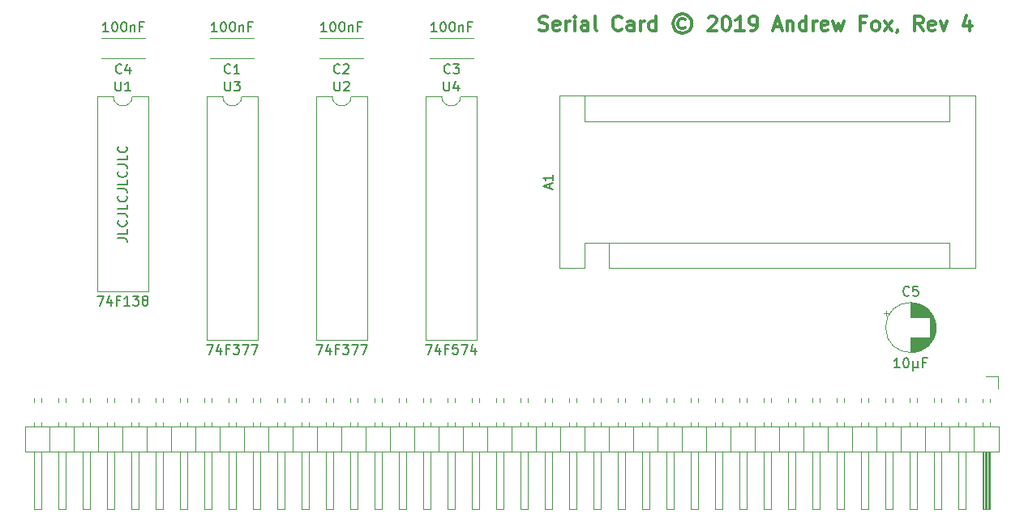
<source format=gbr>
G04 #@! TF.GenerationSoftware,KiCad,Pcbnew,(5.1.0-0)*
G04 #@! TF.CreationDate,2019-12-24T12:01:03-08:00*
G04 #@! TF.ProjectId,SerialCard,53657269-616c-4436-9172-642e6b696361,rev?*
G04 #@! TF.SameCoordinates,Original*
G04 #@! TF.FileFunction,Legend,Top*
G04 #@! TF.FilePolarity,Positive*
%FSLAX46Y46*%
G04 Gerber Fmt 4.6, Leading zero omitted, Abs format (unit mm)*
G04 Created by KiCad (PCBNEW (5.1.0-0)) date 2019-12-24 12:01:03*
%MOMM*%
%LPD*%
G04 APERTURE LIST*
%ADD10C,0.150000*%
%ADD11C,0.300000*%
%ADD12C,0.120000*%
G04 APERTURE END LIST*
D10*
X73112380Y-115109047D02*
X73826666Y-115109047D01*
X73969523Y-115156666D01*
X74064761Y-115251904D01*
X74112380Y-115394761D01*
X74112380Y-115490000D01*
X74112380Y-114156666D02*
X74112380Y-114632857D01*
X73112380Y-114632857D01*
X74017142Y-113251904D02*
X74064761Y-113299523D01*
X74112380Y-113442380D01*
X74112380Y-113537619D01*
X74064761Y-113680476D01*
X73969523Y-113775714D01*
X73874285Y-113823333D01*
X73683809Y-113870952D01*
X73540952Y-113870952D01*
X73350476Y-113823333D01*
X73255238Y-113775714D01*
X73160000Y-113680476D01*
X73112380Y-113537619D01*
X73112380Y-113442380D01*
X73160000Y-113299523D01*
X73207619Y-113251904D01*
X73112380Y-112537619D02*
X73826666Y-112537619D01*
X73969523Y-112585238D01*
X74064761Y-112680476D01*
X74112380Y-112823333D01*
X74112380Y-112918571D01*
X74112380Y-111585238D02*
X74112380Y-112061428D01*
X73112380Y-112061428D01*
X74017142Y-110680476D02*
X74064761Y-110728095D01*
X74112380Y-110870952D01*
X74112380Y-110966190D01*
X74064761Y-111109047D01*
X73969523Y-111204285D01*
X73874285Y-111251904D01*
X73683809Y-111299523D01*
X73540952Y-111299523D01*
X73350476Y-111251904D01*
X73255238Y-111204285D01*
X73160000Y-111109047D01*
X73112380Y-110966190D01*
X73112380Y-110870952D01*
X73160000Y-110728095D01*
X73207619Y-110680476D01*
X73112380Y-109966190D02*
X73826666Y-109966190D01*
X73969523Y-110013809D01*
X74064761Y-110109047D01*
X74112380Y-110251904D01*
X74112380Y-110347142D01*
X74112380Y-109013809D02*
X74112380Y-109490000D01*
X73112380Y-109490000D01*
X74017142Y-108109047D02*
X74064761Y-108156666D01*
X74112380Y-108299523D01*
X74112380Y-108394761D01*
X74064761Y-108537619D01*
X73969523Y-108632857D01*
X73874285Y-108680476D01*
X73683809Y-108728095D01*
X73540952Y-108728095D01*
X73350476Y-108680476D01*
X73255238Y-108632857D01*
X73160000Y-108537619D01*
X73112380Y-108394761D01*
X73112380Y-108299523D01*
X73160000Y-108156666D01*
X73207619Y-108109047D01*
X73112380Y-107394761D02*
X73826666Y-107394761D01*
X73969523Y-107442380D01*
X74064761Y-107537619D01*
X74112380Y-107680476D01*
X74112380Y-107775714D01*
X74112380Y-106442380D02*
X74112380Y-106918571D01*
X73112380Y-106918571D01*
X74017142Y-105537619D02*
X74064761Y-105585238D01*
X74112380Y-105728095D01*
X74112380Y-105823333D01*
X74064761Y-105966190D01*
X73969523Y-106061428D01*
X73874285Y-106109047D01*
X73683809Y-106156666D01*
X73540952Y-106156666D01*
X73350476Y-106109047D01*
X73255238Y-106061428D01*
X73160000Y-105966190D01*
X73112380Y-105823333D01*
X73112380Y-105728095D01*
X73160000Y-105585238D01*
X73207619Y-105537619D01*
D11*
X117164285Y-93317142D02*
X117378571Y-93388571D01*
X117735714Y-93388571D01*
X117878571Y-93317142D01*
X117950000Y-93245714D01*
X118021428Y-93102857D01*
X118021428Y-92960000D01*
X117950000Y-92817142D01*
X117878571Y-92745714D01*
X117735714Y-92674285D01*
X117450000Y-92602857D01*
X117307142Y-92531428D01*
X117235714Y-92460000D01*
X117164285Y-92317142D01*
X117164285Y-92174285D01*
X117235714Y-92031428D01*
X117307142Y-91960000D01*
X117450000Y-91888571D01*
X117807142Y-91888571D01*
X118021428Y-91960000D01*
X119235714Y-93317142D02*
X119092857Y-93388571D01*
X118807142Y-93388571D01*
X118664285Y-93317142D01*
X118592857Y-93174285D01*
X118592857Y-92602857D01*
X118664285Y-92460000D01*
X118807142Y-92388571D01*
X119092857Y-92388571D01*
X119235714Y-92460000D01*
X119307142Y-92602857D01*
X119307142Y-92745714D01*
X118592857Y-92888571D01*
X119950000Y-93388571D02*
X119950000Y-92388571D01*
X119950000Y-92674285D02*
X120021428Y-92531428D01*
X120092857Y-92460000D01*
X120235714Y-92388571D01*
X120378571Y-92388571D01*
X120878571Y-93388571D02*
X120878571Y-92388571D01*
X120878571Y-91888571D02*
X120807142Y-91960000D01*
X120878571Y-92031428D01*
X120950000Y-91960000D01*
X120878571Y-91888571D01*
X120878571Y-92031428D01*
X122235714Y-93388571D02*
X122235714Y-92602857D01*
X122164285Y-92460000D01*
X122021428Y-92388571D01*
X121735714Y-92388571D01*
X121592857Y-92460000D01*
X122235714Y-93317142D02*
X122092857Y-93388571D01*
X121735714Y-93388571D01*
X121592857Y-93317142D01*
X121521428Y-93174285D01*
X121521428Y-93031428D01*
X121592857Y-92888571D01*
X121735714Y-92817142D01*
X122092857Y-92817142D01*
X122235714Y-92745714D01*
X123164285Y-93388571D02*
X123021428Y-93317142D01*
X122950000Y-93174285D01*
X122950000Y-91888571D01*
X125735714Y-93245714D02*
X125664285Y-93317142D01*
X125450000Y-93388571D01*
X125307142Y-93388571D01*
X125092857Y-93317142D01*
X124950000Y-93174285D01*
X124878571Y-93031428D01*
X124807142Y-92745714D01*
X124807142Y-92531428D01*
X124878571Y-92245714D01*
X124950000Y-92102857D01*
X125092857Y-91960000D01*
X125307142Y-91888571D01*
X125450000Y-91888571D01*
X125664285Y-91960000D01*
X125735714Y-92031428D01*
X127021428Y-93388571D02*
X127021428Y-92602857D01*
X126950000Y-92460000D01*
X126807142Y-92388571D01*
X126521428Y-92388571D01*
X126378571Y-92460000D01*
X127021428Y-93317142D02*
X126878571Y-93388571D01*
X126521428Y-93388571D01*
X126378571Y-93317142D01*
X126307142Y-93174285D01*
X126307142Y-93031428D01*
X126378571Y-92888571D01*
X126521428Y-92817142D01*
X126878571Y-92817142D01*
X127021428Y-92745714D01*
X127735714Y-93388571D02*
X127735714Y-92388571D01*
X127735714Y-92674285D02*
X127807142Y-92531428D01*
X127878571Y-92460000D01*
X128021428Y-92388571D01*
X128164285Y-92388571D01*
X129307142Y-93388571D02*
X129307142Y-91888571D01*
X129307142Y-93317142D02*
X129164285Y-93388571D01*
X128878571Y-93388571D01*
X128735714Y-93317142D01*
X128664285Y-93245714D01*
X128592857Y-93102857D01*
X128592857Y-92674285D01*
X128664285Y-92531428D01*
X128735714Y-92460000D01*
X128878571Y-92388571D01*
X129164285Y-92388571D01*
X129307142Y-92460000D01*
X132378571Y-92245714D02*
X132235714Y-92174285D01*
X131950000Y-92174285D01*
X131807142Y-92245714D01*
X131664285Y-92388571D01*
X131592857Y-92531428D01*
X131592857Y-92817142D01*
X131664285Y-92960000D01*
X131807142Y-93102857D01*
X131950000Y-93174285D01*
X132235714Y-93174285D01*
X132378571Y-93102857D01*
X132092857Y-91674285D02*
X131735714Y-91745714D01*
X131378571Y-91960000D01*
X131164285Y-92317142D01*
X131092857Y-92674285D01*
X131164285Y-93031428D01*
X131378571Y-93388571D01*
X131735714Y-93602857D01*
X132092857Y-93674285D01*
X132450000Y-93602857D01*
X132807142Y-93388571D01*
X133021428Y-93031428D01*
X133092857Y-92674285D01*
X133021428Y-92317142D01*
X132807142Y-91960000D01*
X132450000Y-91745714D01*
X132092857Y-91674285D01*
X134807142Y-92031428D02*
X134878571Y-91960000D01*
X135021428Y-91888571D01*
X135378571Y-91888571D01*
X135521428Y-91960000D01*
X135592857Y-92031428D01*
X135664285Y-92174285D01*
X135664285Y-92317142D01*
X135592857Y-92531428D01*
X134735714Y-93388571D01*
X135664285Y-93388571D01*
X136592857Y-91888571D02*
X136735714Y-91888571D01*
X136878571Y-91960000D01*
X136950000Y-92031428D01*
X137021428Y-92174285D01*
X137092857Y-92460000D01*
X137092857Y-92817142D01*
X137021428Y-93102857D01*
X136950000Y-93245714D01*
X136878571Y-93317142D01*
X136735714Y-93388571D01*
X136592857Y-93388571D01*
X136450000Y-93317142D01*
X136378571Y-93245714D01*
X136307142Y-93102857D01*
X136235714Y-92817142D01*
X136235714Y-92460000D01*
X136307142Y-92174285D01*
X136378571Y-92031428D01*
X136450000Y-91960000D01*
X136592857Y-91888571D01*
X138521428Y-93388571D02*
X137664285Y-93388571D01*
X138092857Y-93388571D02*
X138092857Y-91888571D01*
X137950000Y-92102857D01*
X137807142Y-92245714D01*
X137664285Y-92317142D01*
X139235714Y-93388571D02*
X139521428Y-93388571D01*
X139664285Y-93317142D01*
X139735714Y-93245714D01*
X139878571Y-93031428D01*
X139950000Y-92745714D01*
X139950000Y-92174285D01*
X139878571Y-92031428D01*
X139807142Y-91960000D01*
X139664285Y-91888571D01*
X139378571Y-91888571D01*
X139235714Y-91960000D01*
X139164285Y-92031428D01*
X139092857Y-92174285D01*
X139092857Y-92531428D01*
X139164285Y-92674285D01*
X139235714Y-92745714D01*
X139378571Y-92817142D01*
X139664285Y-92817142D01*
X139807142Y-92745714D01*
X139878571Y-92674285D01*
X139950000Y-92531428D01*
X141664285Y-92960000D02*
X142378571Y-92960000D01*
X141521428Y-93388571D02*
X142021428Y-91888571D01*
X142521428Y-93388571D01*
X143021428Y-92388571D02*
X143021428Y-93388571D01*
X143021428Y-92531428D02*
X143092857Y-92460000D01*
X143235714Y-92388571D01*
X143450000Y-92388571D01*
X143592857Y-92460000D01*
X143664285Y-92602857D01*
X143664285Y-93388571D01*
X145021428Y-93388571D02*
X145021428Y-91888571D01*
X145021428Y-93317142D02*
X144878571Y-93388571D01*
X144592857Y-93388571D01*
X144450000Y-93317142D01*
X144378571Y-93245714D01*
X144307142Y-93102857D01*
X144307142Y-92674285D01*
X144378571Y-92531428D01*
X144450000Y-92460000D01*
X144592857Y-92388571D01*
X144878571Y-92388571D01*
X145021428Y-92460000D01*
X145735714Y-93388571D02*
X145735714Y-92388571D01*
X145735714Y-92674285D02*
X145807142Y-92531428D01*
X145878571Y-92460000D01*
X146021428Y-92388571D01*
X146164285Y-92388571D01*
X147235714Y-93317142D02*
X147092857Y-93388571D01*
X146807142Y-93388571D01*
X146664285Y-93317142D01*
X146592857Y-93174285D01*
X146592857Y-92602857D01*
X146664285Y-92460000D01*
X146807142Y-92388571D01*
X147092857Y-92388571D01*
X147235714Y-92460000D01*
X147307142Y-92602857D01*
X147307142Y-92745714D01*
X146592857Y-92888571D01*
X147807142Y-92388571D02*
X148092857Y-93388571D01*
X148378571Y-92674285D01*
X148664285Y-93388571D01*
X148950000Y-92388571D01*
X151164285Y-92602857D02*
X150664285Y-92602857D01*
X150664285Y-93388571D02*
X150664285Y-91888571D01*
X151378571Y-91888571D01*
X152164285Y-93388571D02*
X152021428Y-93317142D01*
X151950000Y-93245714D01*
X151878571Y-93102857D01*
X151878571Y-92674285D01*
X151950000Y-92531428D01*
X152021428Y-92460000D01*
X152164285Y-92388571D01*
X152378571Y-92388571D01*
X152521428Y-92460000D01*
X152592857Y-92531428D01*
X152664285Y-92674285D01*
X152664285Y-93102857D01*
X152592857Y-93245714D01*
X152521428Y-93317142D01*
X152378571Y-93388571D01*
X152164285Y-93388571D01*
X153164285Y-93388571D02*
X153950000Y-92388571D01*
X153164285Y-92388571D02*
X153950000Y-93388571D01*
X154592857Y-93317142D02*
X154592857Y-93388571D01*
X154521428Y-93531428D01*
X154450000Y-93602857D01*
X157235714Y-93388571D02*
X156735714Y-92674285D01*
X156378571Y-93388571D02*
X156378571Y-91888571D01*
X156950000Y-91888571D01*
X157092857Y-91960000D01*
X157164285Y-92031428D01*
X157235714Y-92174285D01*
X157235714Y-92388571D01*
X157164285Y-92531428D01*
X157092857Y-92602857D01*
X156950000Y-92674285D01*
X156378571Y-92674285D01*
X158450000Y-93317142D02*
X158307142Y-93388571D01*
X158021428Y-93388571D01*
X157878571Y-93317142D01*
X157807142Y-93174285D01*
X157807142Y-92602857D01*
X157878571Y-92460000D01*
X158021428Y-92388571D01*
X158307142Y-92388571D01*
X158450000Y-92460000D01*
X158521428Y-92602857D01*
X158521428Y-92745714D01*
X157807142Y-92888571D01*
X159021428Y-92388571D02*
X159378571Y-93388571D01*
X159735714Y-92388571D01*
X162092857Y-92388571D02*
X162092857Y-93388571D01*
X161735714Y-91817142D02*
X161378571Y-92888571D01*
X162307142Y-92888571D01*
D12*
X165100000Y-129540000D02*
X165100000Y-130810000D01*
X163830000Y-129540000D02*
X165100000Y-129540000D01*
X64390000Y-131852929D02*
X64390000Y-132307071D01*
X65150000Y-131852929D02*
X65150000Y-132307071D01*
X64390000Y-134392929D02*
X64390000Y-134790000D01*
X65150000Y-134392929D02*
X65150000Y-134790000D01*
X64390000Y-143450000D02*
X64390000Y-137450000D01*
X65150000Y-143450000D02*
X64390000Y-143450000D01*
X65150000Y-137450000D02*
X65150000Y-143450000D01*
X66040000Y-134790000D02*
X66040000Y-137450000D01*
X66930000Y-131852929D02*
X66930000Y-132307071D01*
X67690000Y-131852929D02*
X67690000Y-132307071D01*
X66930000Y-134392929D02*
X66930000Y-134790000D01*
X67690000Y-134392929D02*
X67690000Y-134790000D01*
X66930000Y-143450000D02*
X66930000Y-137450000D01*
X67690000Y-143450000D02*
X66930000Y-143450000D01*
X67690000Y-137450000D02*
X67690000Y-143450000D01*
X68580000Y-134790000D02*
X68580000Y-137450000D01*
X69470000Y-131852929D02*
X69470000Y-132307071D01*
X70230000Y-131852929D02*
X70230000Y-132307071D01*
X69470000Y-134392929D02*
X69470000Y-134790000D01*
X70230000Y-134392929D02*
X70230000Y-134790000D01*
X69470000Y-143450000D02*
X69470000Y-137450000D01*
X70230000Y-143450000D02*
X69470000Y-143450000D01*
X70230000Y-137450000D02*
X70230000Y-143450000D01*
X71120000Y-134790000D02*
X71120000Y-137450000D01*
X72010000Y-131852929D02*
X72010000Y-132307071D01*
X72770000Y-131852929D02*
X72770000Y-132307071D01*
X72010000Y-134392929D02*
X72010000Y-134790000D01*
X72770000Y-134392929D02*
X72770000Y-134790000D01*
X72010000Y-143450000D02*
X72010000Y-137450000D01*
X72770000Y-143450000D02*
X72010000Y-143450000D01*
X72770000Y-137450000D02*
X72770000Y-143450000D01*
X73660000Y-134790000D02*
X73660000Y-137450000D01*
X74550000Y-131852929D02*
X74550000Y-132307071D01*
X75310000Y-131852929D02*
X75310000Y-132307071D01*
X74550000Y-134392929D02*
X74550000Y-134790000D01*
X75310000Y-134392929D02*
X75310000Y-134790000D01*
X74550000Y-143450000D02*
X74550000Y-137450000D01*
X75310000Y-143450000D02*
X74550000Y-143450000D01*
X75310000Y-137450000D02*
X75310000Y-143450000D01*
X76200000Y-134790000D02*
X76200000Y-137450000D01*
X77090000Y-131852929D02*
X77090000Y-132307071D01*
X77850000Y-131852929D02*
X77850000Y-132307071D01*
X77090000Y-134392929D02*
X77090000Y-134790000D01*
X77850000Y-134392929D02*
X77850000Y-134790000D01*
X77090000Y-143450000D02*
X77090000Y-137450000D01*
X77850000Y-143450000D02*
X77090000Y-143450000D01*
X77850000Y-137450000D02*
X77850000Y-143450000D01*
X78740000Y-134790000D02*
X78740000Y-137450000D01*
X79630000Y-131852929D02*
X79630000Y-132307071D01*
X80390000Y-131852929D02*
X80390000Y-132307071D01*
X79630000Y-134392929D02*
X79630000Y-134790000D01*
X80390000Y-134392929D02*
X80390000Y-134790000D01*
X79630000Y-143450000D02*
X79630000Y-137450000D01*
X80390000Y-143450000D02*
X79630000Y-143450000D01*
X80390000Y-137450000D02*
X80390000Y-143450000D01*
X81280000Y-134790000D02*
X81280000Y-137450000D01*
X82170000Y-131852929D02*
X82170000Y-132307071D01*
X82930000Y-131852929D02*
X82930000Y-132307071D01*
X82170000Y-134392929D02*
X82170000Y-134790000D01*
X82930000Y-134392929D02*
X82930000Y-134790000D01*
X82170000Y-143450000D02*
X82170000Y-137450000D01*
X82930000Y-143450000D02*
X82170000Y-143450000D01*
X82930000Y-137450000D02*
X82930000Y-143450000D01*
X83820000Y-134790000D02*
X83820000Y-137450000D01*
X84710000Y-131852929D02*
X84710000Y-132307071D01*
X85470000Y-131852929D02*
X85470000Y-132307071D01*
X84710000Y-134392929D02*
X84710000Y-134790000D01*
X85470000Y-134392929D02*
X85470000Y-134790000D01*
X84710000Y-143450000D02*
X84710000Y-137450000D01*
X85470000Y-143450000D02*
X84710000Y-143450000D01*
X85470000Y-137450000D02*
X85470000Y-143450000D01*
X86360000Y-134790000D02*
X86360000Y-137450000D01*
X87250000Y-131852929D02*
X87250000Y-132307071D01*
X88010000Y-131852929D02*
X88010000Y-132307071D01*
X87250000Y-134392929D02*
X87250000Y-134790000D01*
X88010000Y-134392929D02*
X88010000Y-134790000D01*
X87250000Y-143450000D02*
X87250000Y-137450000D01*
X88010000Y-143450000D02*
X87250000Y-143450000D01*
X88010000Y-137450000D02*
X88010000Y-143450000D01*
X88900000Y-134790000D02*
X88900000Y-137450000D01*
X89790000Y-131852929D02*
X89790000Y-132307071D01*
X90550000Y-131852929D02*
X90550000Y-132307071D01*
X89790000Y-134392929D02*
X89790000Y-134790000D01*
X90550000Y-134392929D02*
X90550000Y-134790000D01*
X89790000Y-143450000D02*
X89790000Y-137450000D01*
X90550000Y-143450000D02*
X89790000Y-143450000D01*
X90550000Y-137450000D02*
X90550000Y-143450000D01*
X91440000Y-134790000D02*
X91440000Y-137450000D01*
X92330000Y-131852929D02*
X92330000Y-132307071D01*
X93090000Y-131852929D02*
X93090000Y-132307071D01*
X92330000Y-134392929D02*
X92330000Y-134790000D01*
X93090000Y-134392929D02*
X93090000Y-134790000D01*
X92330000Y-143450000D02*
X92330000Y-137450000D01*
X93090000Y-143450000D02*
X92330000Y-143450000D01*
X93090000Y-137450000D02*
X93090000Y-143450000D01*
X93980000Y-134790000D02*
X93980000Y-137450000D01*
X94870000Y-131852929D02*
X94870000Y-132307071D01*
X95630000Y-131852929D02*
X95630000Y-132307071D01*
X94870000Y-134392929D02*
X94870000Y-134790000D01*
X95630000Y-134392929D02*
X95630000Y-134790000D01*
X94870000Y-143450000D02*
X94870000Y-137450000D01*
X95630000Y-143450000D02*
X94870000Y-143450000D01*
X95630000Y-137450000D02*
X95630000Y-143450000D01*
X96520000Y-134790000D02*
X96520000Y-137450000D01*
X97410000Y-131852929D02*
X97410000Y-132307071D01*
X98170000Y-131852929D02*
X98170000Y-132307071D01*
X97410000Y-134392929D02*
X97410000Y-134790000D01*
X98170000Y-134392929D02*
X98170000Y-134790000D01*
X97410000Y-143450000D02*
X97410000Y-137450000D01*
X98170000Y-143450000D02*
X97410000Y-143450000D01*
X98170000Y-137450000D02*
X98170000Y-143450000D01*
X99060000Y-134790000D02*
X99060000Y-137450000D01*
X99950000Y-131852929D02*
X99950000Y-132307071D01*
X100710000Y-131852929D02*
X100710000Y-132307071D01*
X99950000Y-134392929D02*
X99950000Y-134790000D01*
X100710000Y-134392929D02*
X100710000Y-134790000D01*
X99950000Y-143450000D02*
X99950000Y-137450000D01*
X100710000Y-143450000D02*
X99950000Y-143450000D01*
X100710000Y-137450000D02*
X100710000Y-143450000D01*
X101600000Y-134790000D02*
X101600000Y-137450000D01*
X102490000Y-131852929D02*
X102490000Y-132307071D01*
X103250000Y-131852929D02*
X103250000Y-132307071D01*
X102490000Y-134392929D02*
X102490000Y-134790000D01*
X103250000Y-134392929D02*
X103250000Y-134790000D01*
X102490000Y-143450000D02*
X102490000Y-137450000D01*
X103250000Y-143450000D02*
X102490000Y-143450000D01*
X103250000Y-137450000D02*
X103250000Y-143450000D01*
X104140000Y-134790000D02*
X104140000Y-137450000D01*
X105030000Y-131852929D02*
X105030000Y-132307071D01*
X105790000Y-131852929D02*
X105790000Y-132307071D01*
X105030000Y-134392929D02*
X105030000Y-134790000D01*
X105790000Y-134392929D02*
X105790000Y-134790000D01*
X105030000Y-143450000D02*
X105030000Y-137450000D01*
X105790000Y-143450000D02*
X105030000Y-143450000D01*
X105790000Y-137450000D02*
X105790000Y-143450000D01*
X106680000Y-134790000D02*
X106680000Y-137450000D01*
X107570000Y-131852929D02*
X107570000Y-132307071D01*
X108330000Y-131852929D02*
X108330000Y-132307071D01*
X107570000Y-134392929D02*
X107570000Y-134790000D01*
X108330000Y-134392929D02*
X108330000Y-134790000D01*
X107570000Y-143450000D02*
X107570000Y-137450000D01*
X108330000Y-143450000D02*
X107570000Y-143450000D01*
X108330000Y-137450000D02*
X108330000Y-143450000D01*
X109220000Y-134790000D02*
X109220000Y-137450000D01*
X110110000Y-131852929D02*
X110110000Y-132307071D01*
X110870000Y-131852929D02*
X110870000Y-132307071D01*
X110110000Y-134392929D02*
X110110000Y-134790000D01*
X110870000Y-134392929D02*
X110870000Y-134790000D01*
X110110000Y-143450000D02*
X110110000Y-137450000D01*
X110870000Y-143450000D02*
X110110000Y-143450000D01*
X110870000Y-137450000D02*
X110870000Y-143450000D01*
X111760000Y-134790000D02*
X111760000Y-137450000D01*
X112650000Y-131852929D02*
X112650000Y-132307071D01*
X113410000Y-131852929D02*
X113410000Y-132307071D01*
X112650000Y-134392929D02*
X112650000Y-134790000D01*
X113410000Y-134392929D02*
X113410000Y-134790000D01*
X112650000Y-143450000D02*
X112650000Y-137450000D01*
X113410000Y-143450000D02*
X112650000Y-143450000D01*
X113410000Y-137450000D02*
X113410000Y-143450000D01*
X114300000Y-134790000D02*
X114300000Y-137450000D01*
X115190000Y-131852929D02*
X115190000Y-132307071D01*
X115950000Y-131852929D02*
X115950000Y-132307071D01*
X115190000Y-134392929D02*
X115190000Y-134790000D01*
X115950000Y-134392929D02*
X115950000Y-134790000D01*
X115190000Y-143450000D02*
X115190000Y-137450000D01*
X115950000Y-143450000D02*
X115190000Y-143450000D01*
X115950000Y-137450000D02*
X115950000Y-143450000D01*
X116840000Y-134790000D02*
X116840000Y-137450000D01*
X117730000Y-131852929D02*
X117730000Y-132307071D01*
X118490000Y-131852929D02*
X118490000Y-132307071D01*
X117730000Y-134392929D02*
X117730000Y-134790000D01*
X118490000Y-134392929D02*
X118490000Y-134790000D01*
X117730000Y-143450000D02*
X117730000Y-137450000D01*
X118490000Y-143450000D02*
X117730000Y-143450000D01*
X118490000Y-137450000D02*
X118490000Y-143450000D01*
X119380000Y-134790000D02*
X119380000Y-137450000D01*
X120270000Y-131852929D02*
X120270000Y-132307071D01*
X121030000Y-131852929D02*
X121030000Y-132307071D01*
X120270000Y-134392929D02*
X120270000Y-134790000D01*
X121030000Y-134392929D02*
X121030000Y-134790000D01*
X120270000Y-143450000D02*
X120270000Y-137450000D01*
X121030000Y-143450000D02*
X120270000Y-143450000D01*
X121030000Y-137450000D02*
X121030000Y-143450000D01*
X121920000Y-134790000D02*
X121920000Y-137450000D01*
X122810000Y-131852929D02*
X122810000Y-132307071D01*
X123570000Y-131852929D02*
X123570000Y-132307071D01*
X122810000Y-134392929D02*
X122810000Y-134790000D01*
X123570000Y-134392929D02*
X123570000Y-134790000D01*
X122810000Y-143450000D02*
X122810000Y-137450000D01*
X123570000Y-143450000D02*
X122810000Y-143450000D01*
X123570000Y-137450000D02*
X123570000Y-143450000D01*
X124460000Y-134790000D02*
X124460000Y-137450000D01*
X125350000Y-131852929D02*
X125350000Y-132307071D01*
X126110000Y-131852929D02*
X126110000Y-132307071D01*
X125350000Y-134392929D02*
X125350000Y-134790000D01*
X126110000Y-134392929D02*
X126110000Y-134790000D01*
X125350000Y-143450000D02*
X125350000Y-137450000D01*
X126110000Y-143450000D02*
X125350000Y-143450000D01*
X126110000Y-137450000D02*
X126110000Y-143450000D01*
X127000000Y-134790000D02*
X127000000Y-137450000D01*
X127890000Y-131852929D02*
X127890000Y-132307071D01*
X128650000Y-131852929D02*
X128650000Y-132307071D01*
X127890000Y-134392929D02*
X127890000Y-134790000D01*
X128650000Y-134392929D02*
X128650000Y-134790000D01*
X127890000Y-143450000D02*
X127890000Y-137450000D01*
X128650000Y-143450000D02*
X127890000Y-143450000D01*
X128650000Y-137450000D02*
X128650000Y-143450000D01*
X129540000Y-134790000D02*
X129540000Y-137450000D01*
X130430000Y-131852929D02*
X130430000Y-132307071D01*
X131190000Y-131852929D02*
X131190000Y-132307071D01*
X130430000Y-134392929D02*
X130430000Y-134790000D01*
X131190000Y-134392929D02*
X131190000Y-134790000D01*
X130430000Y-143450000D02*
X130430000Y-137450000D01*
X131190000Y-143450000D02*
X130430000Y-143450000D01*
X131190000Y-137450000D02*
X131190000Y-143450000D01*
X132080000Y-134790000D02*
X132080000Y-137450000D01*
X132970000Y-131852929D02*
X132970000Y-132307071D01*
X133730000Y-131852929D02*
X133730000Y-132307071D01*
X132970000Y-134392929D02*
X132970000Y-134790000D01*
X133730000Y-134392929D02*
X133730000Y-134790000D01*
X132970000Y-143450000D02*
X132970000Y-137450000D01*
X133730000Y-143450000D02*
X132970000Y-143450000D01*
X133730000Y-137450000D02*
X133730000Y-143450000D01*
X134620000Y-134790000D02*
X134620000Y-137450000D01*
X135510000Y-131852929D02*
X135510000Y-132307071D01*
X136270000Y-131852929D02*
X136270000Y-132307071D01*
X135510000Y-134392929D02*
X135510000Y-134790000D01*
X136270000Y-134392929D02*
X136270000Y-134790000D01*
X135510000Y-143450000D02*
X135510000Y-137450000D01*
X136270000Y-143450000D02*
X135510000Y-143450000D01*
X136270000Y-137450000D02*
X136270000Y-143450000D01*
X137160000Y-134790000D02*
X137160000Y-137450000D01*
X138050000Y-131852929D02*
X138050000Y-132307071D01*
X138810000Y-131852929D02*
X138810000Y-132307071D01*
X138050000Y-134392929D02*
X138050000Y-134790000D01*
X138810000Y-134392929D02*
X138810000Y-134790000D01*
X138050000Y-143450000D02*
X138050000Y-137450000D01*
X138810000Y-143450000D02*
X138050000Y-143450000D01*
X138810000Y-137450000D02*
X138810000Y-143450000D01*
X139700000Y-134790000D02*
X139700000Y-137450000D01*
X140590000Y-131852929D02*
X140590000Y-132307071D01*
X141350000Y-131852929D02*
X141350000Y-132307071D01*
X140590000Y-134392929D02*
X140590000Y-134790000D01*
X141350000Y-134392929D02*
X141350000Y-134790000D01*
X140590000Y-143450000D02*
X140590000Y-137450000D01*
X141350000Y-143450000D02*
X140590000Y-143450000D01*
X141350000Y-137450000D02*
X141350000Y-143450000D01*
X142240000Y-134790000D02*
X142240000Y-137450000D01*
X143130000Y-131852929D02*
X143130000Y-132307071D01*
X143890000Y-131852929D02*
X143890000Y-132307071D01*
X143130000Y-134392929D02*
X143130000Y-134790000D01*
X143890000Y-134392929D02*
X143890000Y-134790000D01*
X143130000Y-143450000D02*
X143130000Y-137450000D01*
X143890000Y-143450000D02*
X143130000Y-143450000D01*
X143890000Y-137450000D02*
X143890000Y-143450000D01*
X144780000Y-134790000D02*
X144780000Y-137450000D01*
X145670000Y-131852929D02*
X145670000Y-132307071D01*
X146430000Y-131852929D02*
X146430000Y-132307071D01*
X145670000Y-134392929D02*
X145670000Y-134790000D01*
X146430000Y-134392929D02*
X146430000Y-134790000D01*
X145670000Y-143450000D02*
X145670000Y-137450000D01*
X146430000Y-143450000D02*
X145670000Y-143450000D01*
X146430000Y-137450000D02*
X146430000Y-143450000D01*
X147320000Y-134790000D02*
X147320000Y-137450000D01*
X148210000Y-131852929D02*
X148210000Y-132307071D01*
X148970000Y-131852929D02*
X148970000Y-132307071D01*
X148210000Y-134392929D02*
X148210000Y-134790000D01*
X148970000Y-134392929D02*
X148970000Y-134790000D01*
X148210000Y-143450000D02*
X148210000Y-137450000D01*
X148970000Y-143450000D02*
X148210000Y-143450000D01*
X148970000Y-137450000D02*
X148970000Y-143450000D01*
X149860000Y-134790000D02*
X149860000Y-137450000D01*
X150750000Y-131852929D02*
X150750000Y-132307071D01*
X151510000Y-131852929D02*
X151510000Y-132307071D01*
X150750000Y-134392929D02*
X150750000Y-134790000D01*
X151510000Y-134392929D02*
X151510000Y-134790000D01*
X150750000Y-143450000D02*
X150750000Y-137450000D01*
X151510000Y-143450000D02*
X150750000Y-143450000D01*
X151510000Y-137450000D02*
X151510000Y-143450000D01*
X152400000Y-134790000D02*
X152400000Y-137450000D01*
X153290000Y-131852929D02*
X153290000Y-132307071D01*
X154050000Y-131852929D02*
X154050000Y-132307071D01*
X153290000Y-134392929D02*
X153290000Y-134790000D01*
X154050000Y-134392929D02*
X154050000Y-134790000D01*
X153290000Y-143450000D02*
X153290000Y-137450000D01*
X154050000Y-143450000D02*
X153290000Y-143450000D01*
X154050000Y-137450000D02*
X154050000Y-143450000D01*
X154940000Y-134790000D02*
X154940000Y-137450000D01*
X155830000Y-131852929D02*
X155830000Y-132307071D01*
X156590000Y-131852929D02*
X156590000Y-132307071D01*
X155830000Y-134392929D02*
X155830000Y-134790000D01*
X156590000Y-134392929D02*
X156590000Y-134790000D01*
X155830000Y-143450000D02*
X155830000Y-137450000D01*
X156590000Y-143450000D02*
X155830000Y-143450000D01*
X156590000Y-137450000D02*
X156590000Y-143450000D01*
X157480000Y-134790000D02*
X157480000Y-137450000D01*
X158370000Y-131852929D02*
X158370000Y-132307071D01*
X159130000Y-131852929D02*
X159130000Y-132307071D01*
X158370000Y-134392929D02*
X158370000Y-134790000D01*
X159130000Y-134392929D02*
X159130000Y-134790000D01*
X158370000Y-143450000D02*
X158370000Y-137450000D01*
X159130000Y-143450000D02*
X158370000Y-143450000D01*
X159130000Y-137450000D02*
X159130000Y-143450000D01*
X160020000Y-134790000D02*
X160020000Y-137450000D01*
X160910000Y-131852929D02*
X160910000Y-132307071D01*
X161670000Y-131852929D02*
X161670000Y-132307071D01*
X160910000Y-134392929D02*
X160910000Y-134790000D01*
X161670000Y-134392929D02*
X161670000Y-134790000D01*
X160910000Y-143450000D02*
X160910000Y-137450000D01*
X161670000Y-143450000D02*
X160910000Y-143450000D01*
X161670000Y-137450000D02*
X161670000Y-143450000D01*
X162560000Y-134790000D02*
X162560000Y-137450000D01*
X163450000Y-131920000D02*
X163450000Y-132307071D01*
X164210000Y-131920000D02*
X164210000Y-132307071D01*
X163450000Y-134392929D02*
X163450000Y-134790000D01*
X164210000Y-134392929D02*
X164210000Y-134790000D01*
X163550000Y-137450000D02*
X163550000Y-143450000D01*
X163670000Y-137450000D02*
X163670000Y-143450000D01*
X163790000Y-137450000D02*
X163790000Y-143450000D01*
X163910000Y-137450000D02*
X163910000Y-143450000D01*
X164030000Y-137450000D02*
X164030000Y-143450000D01*
X164150000Y-137450000D02*
X164150000Y-143450000D01*
X163450000Y-143450000D02*
X163450000Y-137450000D01*
X164210000Y-143450000D02*
X163450000Y-143450000D01*
X164210000Y-137450000D02*
X164210000Y-143450000D01*
X165160000Y-137450000D02*
X165160000Y-134790000D01*
X63440000Y-137450000D02*
X165160000Y-137450000D01*
X63440000Y-134790000D02*
X63440000Y-137450000D01*
X165160000Y-134790000D02*
X63440000Y-134790000D01*
X110600000Y-100270000D02*
X108950000Y-100270000D01*
X110600000Y-125790000D02*
X110600000Y-100270000D01*
X105300000Y-125790000D02*
X110600000Y-125790000D01*
X105300000Y-100270000D02*
X105300000Y-125790000D01*
X106950000Y-100270000D02*
X105300000Y-100270000D01*
X108950000Y-100270000D02*
G75*
G02X106950000Y-100270000I-1000000J0D01*
G01*
X87740000Y-100270000D02*
X86090000Y-100270000D01*
X87740000Y-125790000D02*
X87740000Y-100270000D01*
X82440000Y-125790000D02*
X87740000Y-125790000D01*
X82440000Y-100270000D02*
X82440000Y-125790000D01*
X84090000Y-100270000D02*
X82440000Y-100270000D01*
X86090000Y-100270000D02*
G75*
G02X84090000Y-100270000I-1000000J0D01*
G01*
X99170000Y-100270000D02*
X97520000Y-100270000D01*
X99170000Y-125790000D02*
X99170000Y-100270000D01*
X93870000Y-125790000D02*
X99170000Y-125790000D01*
X93870000Y-100270000D02*
X93870000Y-125790000D01*
X95520000Y-100270000D02*
X93870000Y-100270000D01*
X97520000Y-100270000D02*
G75*
G02X95520000Y-100270000I-1000000J0D01*
G01*
X76310000Y-100270000D02*
X74660000Y-100270000D01*
X76310000Y-120710000D02*
X76310000Y-100270000D01*
X71010000Y-120710000D02*
X76310000Y-120710000D01*
X71010000Y-100270000D02*
X71010000Y-120710000D01*
X72660000Y-100270000D02*
X71010000Y-100270000D01*
X74660000Y-100270000D02*
G75*
G02X72660000Y-100270000I-1000000J0D01*
G01*
X153385225Y-122735000D02*
X153385225Y-123235000D01*
X153135225Y-122985000D02*
X153635225Y-122985000D01*
X158541000Y-124176000D02*
X158541000Y-124744000D01*
X158501000Y-123942000D02*
X158501000Y-124978000D01*
X158461000Y-123783000D02*
X158461000Y-125137000D01*
X158421000Y-123655000D02*
X158421000Y-125265000D01*
X158381000Y-123545000D02*
X158381000Y-125375000D01*
X158341000Y-123449000D02*
X158341000Y-125471000D01*
X158301000Y-123362000D02*
X158301000Y-125558000D01*
X158261000Y-123282000D02*
X158261000Y-125638000D01*
X158221000Y-123209000D02*
X158221000Y-125711000D01*
X158181000Y-123141000D02*
X158181000Y-125779000D01*
X158141000Y-123077000D02*
X158141000Y-125843000D01*
X158101000Y-123017000D02*
X158101000Y-125903000D01*
X158061000Y-122960000D02*
X158061000Y-125960000D01*
X158021000Y-122906000D02*
X158021000Y-126014000D01*
X157981000Y-122855000D02*
X157981000Y-126065000D01*
X157941000Y-125500000D02*
X157941000Y-126113000D01*
X157941000Y-122807000D02*
X157941000Y-123420000D01*
X157901000Y-125500000D02*
X157901000Y-126159000D01*
X157901000Y-122761000D02*
X157901000Y-123420000D01*
X157861000Y-125500000D02*
X157861000Y-126203000D01*
X157861000Y-122717000D02*
X157861000Y-123420000D01*
X157821000Y-125500000D02*
X157821000Y-126245000D01*
X157821000Y-122675000D02*
X157821000Y-123420000D01*
X157781000Y-125500000D02*
X157781000Y-126286000D01*
X157781000Y-122634000D02*
X157781000Y-123420000D01*
X157741000Y-125500000D02*
X157741000Y-126324000D01*
X157741000Y-122596000D02*
X157741000Y-123420000D01*
X157701000Y-125500000D02*
X157701000Y-126361000D01*
X157701000Y-122559000D02*
X157701000Y-123420000D01*
X157661000Y-125500000D02*
X157661000Y-126397000D01*
X157661000Y-122523000D02*
X157661000Y-123420000D01*
X157621000Y-125500000D02*
X157621000Y-126431000D01*
X157621000Y-122489000D02*
X157621000Y-123420000D01*
X157581000Y-125500000D02*
X157581000Y-126464000D01*
X157581000Y-122456000D02*
X157581000Y-123420000D01*
X157541000Y-125500000D02*
X157541000Y-126495000D01*
X157541000Y-122425000D02*
X157541000Y-123420000D01*
X157501000Y-125500000D02*
X157501000Y-126525000D01*
X157501000Y-122395000D02*
X157501000Y-123420000D01*
X157461000Y-125500000D02*
X157461000Y-126555000D01*
X157461000Y-122365000D02*
X157461000Y-123420000D01*
X157421000Y-125500000D02*
X157421000Y-126582000D01*
X157421000Y-122338000D02*
X157421000Y-123420000D01*
X157381000Y-125500000D02*
X157381000Y-126609000D01*
X157381000Y-122311000D02*
X157381000Y-123420000D01*
X157341000Y-125500000D02*
X157341000Y-126635000D01*
X157341000Y-122285000D02*
X157341000Y-123420000D01*
X157301000Y-125500000D02*
X157301000Y-126660000D01*
X157301000Y-122260000D02*
X157301000Y-123420000D01*
X157261000Y-125500000D02*
X157261000Y-126684000D01*
X157261000Y-122236000D02*
X157261000Y-123420000D01*
X157221000Y-125500000D02*
X157221000Y-126707000D01*
X157221000Y-122213000D02*
X157221000Y-123420000D01*
X157181000Y-125500000D02*
X157181000Y-126728000D01*
X157181000Y-122192000D02*
X157181000Y-123420000D01*
X157141000Y-125500000D02*
X157141000Y-126750000D01*
X157141000Y-122170000D02*
X157141000Y-123420000D01*
X157101000Y-125500000D02*
X157101000Y-126770000D01*
X157101000Y-122150000D02*
X157101000Y-123420000D01*
X157061000Y-125500000D02*
X157061000Y-126789000D01*
X157061000Y-122131000D02*
X157061000Y-123420000D01*
X157021000Y-125500000D02*
X157021000Y-126808000D01*
X157021000Y-122112000D02*
X157021000Y-123420000D01*
X156981000Y-125500000D02*
X156981000Y-126825000D01*
X156981000Y-122095000D02*
X156981000Y-123420000D01*
X156941000Y-125500000D02*
X156941000Y-126842000D01*
X156941000Y-122078000D02*
X156941000Y-123420000D01*
X156901000Y-125500000D02*
X156901000Y-126858000D01*
X156901000Y-122062000D02*
X156901000Y-123420000D01*
X156861000Y-125500000D02*
X156861000Y-126874000D01*
X156861000Y-122046000D02*
X156861000Y-123420000D01*
X156821000Y-125500000D02*
X156821000Y-126888000D01*
X156821000Y-122032000D02*
X156821000Y-123420000D01*
X156781000Y-125500000D02*
X156781000Y-126902000D01*
X156781000Y-122018000D02*
X156781000Y-123420000D01*
X156741000Y-125500000D02*
X156741000Y-126915000D01*
X156741000Y-122005000D02*
X156741000Y-123420000D01*
X156701000Y-125500000D02*
X156701000Y-126928000D01*
X156701000Y-121992000D02*
X156701000Y-123420000D01*
X156661000Y-125500000D02*
X156661000Y-126940000D01*
X156661000Y-121980000D02*
X156661000Y-123420000D01*
X156620000Y-125500000D02*
X156620000Y-126951000D01*
X156620000Y-121969000D02*
X156620000Y-123420000D01*
X156580000Y-125500000D02*
X156580000Y-126961000D01*
X156580000Y-121959000D02*
X156580000Y-123420000D01*
X156540000Y-125500000D02*
X156540000Y-126971000D01*
X156540000Y-121949000D02*
X156540000Y-123420000D01*
X156500000Y-125500000D02*
X156500000Y-126980000D01*
X156500000Y-121940000D02*
X156500000Y-123420000D01*
X156460000Y-125500000D02*
X156460000Y-126988000D01*
X156460000Y-121932000D02*
X156460000Y-123420000D01*
X156420000Y-125500000D02*
X156420000Y-126996000D01*
X156420000Y-121924000D02*
X156420000Y-123420000D01*
X156380000Y-125500000D02*
X156380000Y-127003000D01*
X156380000Y-121917000D02*
X156380000Y-123420000D01*
X156340000Y-125500000D02*
X156340000Y-127010000D01*
X156340000Y-121910000D02*
X156340000Y-123420000D01*
X156300000Y-125500000D02*
X156300000Y-127016000D01*
X156300000Y-121904000D02*
X156300000Y-123420000D01*
X156260000Y-125500000D02*
X156260000Y-127021000D01*
X156260000Y-121899000D02*
X156260000Y-123420000D01*
X156220000Y-125500000D02*
X156220000Y-127025000D01*
X156220000Y-121895000D02*
X156220000Y-123420000D01*
X156180000Y-125500000D02*
X156180000Y-127029000D01*
X156180000Y-121891000D02*
X156180000Y-123420000D01*
X156140000Y-125500000D02*
X156140000Y-127033000D01*
X156140000Y-121887000D02*
X156140000Y-123420000D01*
X156100000Y-125500000D02*
X156100000Y-127036000D01*
X156100000Y-121884000D02*
X156100000Y-123420000D01*
X156060000Y-125500000D02*
X156060000Y-127038000D01*
X156060000Y-121882000D02*
X156060000Y-123420000D01*
X156020000Y-125500000D02*
X156020000Y-127039000D01*
X156020000Y-121881000D02*
X156020000Y-123420000D01*
X155980000Y-121880000D02*
X155980000Y-123420000D01*
X155980000Y-125500000D02*
X155980000Y-127040000D01*
X155940000Y-121880000D02*
X155940000Y-123420000D01*
X155940000Y-125500000D02*
X155940000Y-127040000D01*
X158560000Y-124460000D02*
G75*
G03X158560000Y-124460000I-2620000J0D01*
G01*
X71430000Y-94195000D02*
X71430000Y-94180000D01*
X71430000Y-96320000D02*
X71430000Y-96305000D01*
X75970000Y-94195000D02*
X75970000Y-94180000D01*
X75970000Y-96320000D02*
X75970000Y-96305000D01*
X75970000Y-94180000D02*
X71430000Y-94180000D01*
X75970000Y-96320000D02*
X71430000Y-96320000D01*
X105720000Y-94195000D02*
X105720000Y-94180000D01*
X105720000Y-96320000D02*
X105720000Y-96305000D01*
X110260000Y-94195000D02*
X110260000Y-94180000D01*
X110260000Y-96320000D02*
X110260000Y-96305000D01*
X110260000Y-94180000D02*
X105720000Y-94180000D01*
X110260000Y-96320000D02*
X105720000Y-96320000D01*
X94210000Y-94195000D02*
X94210000Y-94180000D01*
X94210000Y-96320000D02*
X94210000Y-96305000D01*
X98750000Y-94195000D02*
X98750000Y-94180000D01*
X98750000Y-96320000D02*
X98750000Y-96305000D01*
X98750000Y-94180000D02*
X94210000Y-94180000D01*
X98750000Y-96320000D02*
X94210000Y-96320000D01*
X82780000Y-94195000D02*
X82780000Y-94180000D01*
X82780000Y-96320000D02*
X82780000Y-96305000D01*
X87320000Y-94195000D02*
X87320000Y-94180000D01*
X87320000Y-96320000D02*
X87320000Y-96305000D01*
X87320000Y-94180000D02*
X82780000Y-94180000D01*
X87320000Y-96320000D02*
X82780000Y-96320000D01*
X119250000Y-100200000D02*
X119250000Y-118240000D01*
X162690000Y-100200000D02*
X119250000Y-100200000D01*
X162690000Y-118240000D02*
X162690000Y-100200000D01*
X160020000Y-115570000D02*
X160020000Y-118240000D01*
X124460000Y-115570000D02*
X160020000Y-115570000D01*
X124460000Y-115570000D02*
X124460000Y-118240000D01*
X160020000Y-102870000D02*
X160020000Y-100200000D01*
X121920000Y-102870000D02*
X160020000Y-102870000D01*
X121920000Y-102870000D02*
X121920000Y-100200000D01*
X119250000Y-118240000D02*
X121920000Y-118240000D01*
X124460000Y-118240000D02*
X162690000Y-118240000D01*
X121920000Y-115570000D02*
X121920000Y-118240000D01*
X124460000Y-115570000D02*
X121920000Y-115570000D01*
D10*
X107188095Y-98722380D02*
X107188095Y-99531904D01*
X107235714Y-99627142D01*
X107283333Y-99674761D01*
X107378571Y-99722380D01*
X107569047Y-99722380D01*
X107664285Y-99674761D01*
X107711904Y-99627142D01*
X107759523Y-99531904D01*
X107759523Y-98722380D01*
X108664285Y-99055714D02*
X108664285Y-99722380D01*
X108426190Y-98674761D02*
X108188095Y-99389047D01*
X108807142Y-99389047D01*
X105283333Y-126242380D02*
X105950000Y-126242380D01*
X105521428Y-127242380D01*
X106759523Y-126575714D02*
X106759523Y-127242380D01*
X106521428Y-126194761D02*
X106283333Y-126909047D01*
X106902380Y-126909047D01*
X107616666Y-126718571D02*
X107283333Y-126718571D01*
X107283333Y-127242380D02*
X107283333Y-126242380D01*
X107759523Y-126242380D01*
X108616666Y-126242380D02*
X108140476Y-126242380D01*
X108092857Y-126718571D01*
X108140476Y-126670952D01*
X108235714Y-126623333D01*
X108473809Y-126623333D01*
X108569047Y-126670952D01*
X108616666Y-126718571D01*
X108664285Y-126813809D01*
X108664285Y-127051904D01*
X108616666Y-127147142D01*
X108569047Y-127194761D01*
X108473809Y-127242380D01*
X108235714Y-127242380D01*
X108140476Y-127194761D01*
X108092857Y-127147142D01*
X108997619Y-126242380D02*
X109664285Y-126242380D01*
X109235714Y-127242380D01*
X110473809Y-126575714D02*
X110473809Y-127242380D01*
X110235714Y-126194761D02*
X109997619Y-126909047D01*
X110616666Y-126909047D01*
X84328095Y-98722380D02*
X84328095Y-99531904D01*
X84375714Y-99627142D01*
X84423333Y-99674761D01*
X84518571Y-99722380D01*
X84709047Y-99722380D01*
X84804285Y-99674761D01*
X84851904Y-99627142D01*
X84899523Y-99531904D01*
X84899523Y-98722380D01*
X85280476Y-98722380D02*
X85899523Y-98722380D01*
X85566190Y-99103333D01*
X85709047Y-99103333D01*
X85804285Y-99150952D01*
X85851904Y-99198571D01*
X85899523Y-99293809D01*
X85899523Y-99531904D01*
X85851904Y-99627142D01*
X85804285Y-99674761D01*
X85709047Y-99722380D01*
X85423333Y-99722380D01*
X85328095Y-99674761D01*
X85280476Y-99627142D01*
X82423333Y-126242380D02*
X83090000Y-126242380D01*
X82661428Y-127242380D01*
X83899523Y-126575714D02*
X83899523Y-127242380D01*
X83661428Y-126194761D02*
X83423333Y-126909047D01*
X84042380Y-126909047D01*
X84756666Y-126718571D02*
X84423333Y-126718571D01*
X84423333Y-127242380D02*
X84423333Y-126242380D01*
X84899523Y-126242380D01*
X85185238Y-126242380D02*
X85804285Y-126242380D01*
X85470952Y-126623333D01*
X85613809Y-126623333D01*
X85709047Y-126670952D01*
X85756666Y-126718571D01*
X85804285Y-126813809D01*
X85804285Y-127051904D01*
X85756666Y-127147142D01*
X85709047Y-127194761D01*
X85613809Y-127242380D01*
X85328095Y-127242380D01*
X85232857Y-127194761D01*
X85185238Y-127147142D01*
X86137619Y-126242380D02*
X86804285Y-126242380D01*
X86375714Y-127242380D01*
X87090000Y-126242380D02*
X87756666Y-126242380D01*
X87328095Y-127242380D01*
X95758095Y-98722380D02*
X95758095Y-99531904D01*
X95805714Y-99627142D01*
X95853333Y-99674761D01*
X95948571Y-99722380D01*
X96139047Y-99722380D01*
X96234285Y-99674761D01*
X96281904Y-99627142D01*
X96329523Y-99531904D01*
X96329523Y-98722380D01*
X96758095Y-98817619D02*
X96805714Y-98770000D01*
X96900952Y-98722380D01*
X97139047Y-98722380D01*
X97234285Y-98770000D01*
X97281904Y-98817619D01*
X97329523Y-98912857D01*
X97329523Y-99008095D01*
X97281904Y-99150952D01*
X96710476Y-99722380D01*
X97329523Y-99722380D01*
X93853333Y-126242380D02*
X94520000Y-126242380D01*
X94091428Y-127242380D01*
X95329523Y-126575714D02*
X95329523Y-127242380D01*
X95091428Y-126194761D02*
X94853333Y-126909047D01*
X95472380Y-126909047D01*
X96186666Y-126718571D02*
X95853333Y-126718571D01*
X95853333Y-127242380D02*
X95853333Y-126242380D01*
X96329523Y-126242380D01*
X96615238Y-126242380D02*
X97234285Y-126242380D01*
X96900952Y-126623333D01*
X97043809Y-126623333D01*
X97139047Y-126670952D01*
X97186666Y-126718571D01*
X97234285Y-126813809D01*
X97234285Y-127051904D01*
X97186666Y-127147142D01*
X97139047Y-127194761D01*
X97043809Y-127242380D01*
X96758095Y-127242380D01*
X96662857Y-127194761D01*
X96615238Y-127147142D01*
X97567619Y-126242380D02*
X98234285Y-126242380D01*
X97805714Y-127242380D01*
X98520000Y-126242380D02*
X99186666Y-126242380D01*
X98758095Y-127242380D01*
X72898095Y-98722380D02*
X72898095Y-99531904D01*
X72945714Y-99627142D01*
X72993333Y-99674761D01*
X73088571Y-99722380D01*
X73279047Y-99722380D01*
X73374285Y-99674761D01*
X73421904Y-99627142D01*
X73469523Y-99531904D01*
X73469523Y-98722380D01*
X74469523Y-99722380D02*
X73898095Y-99722380D01*
X74183809Y-99722380D02*
X74183809Y-98722380D01*
X74088571Y-98865238D01*
X73993333Y-98960476D01*
X73898095Y-99008095D01*
X70993333Y-121162380D02*
X71660000Y-121162380D01*
X71231428Y-122162380D01*
X72469523Y-121495714D02*
X72469523Y-122162380D01*
X72231428Y-121114761D02*
X71993333Y-121829047D01*
X72612380Y-121829047D01*
X73326666Y-121638571D02*
X72993333Y-121638571D01*
X72993333Y-122162380D02*
X72993333Y-121162380D01*
X73469523Y-121162380D01*
X74374285Y-122162380D02*
X73802857Y-122162380D01*
X74088571Y-122162380D02*
X74088571Y-121162380D01*
X73993333Y-121305238D01*
X73898095Y-121400476D01*
X73802857Y-121448095D01*
X74707619Y-121162380D02*
X75326666Y-121162380D01*
X74993333Y-121543333D01*
X75136190Y-121543333D01*
X75231428Y-121590952D01*
X75279047Y-121638571D01*
X75326666Y-121733809D01*
X75326666Y-121971904D01*
X75279047Y-122067142D01*
X75231428Y-122114761D01*
X75136190Y-122162380D01*
X74850476Y-122162380D01*
X74755238Y-122114761D01*
X74707619Y-122067142D01*
X75898095Y-121590952D02*
X75802857Y-121543333D01*
X75755238Y-121495714D01*
X75707619Y-121400476D01*
X75707619Y-121352857D01*
X75755238Y-121257619D01*
X75802857Y-121210000D01*
X75898095Y-121162380D01*
X76088571Y-121162380D01*
X76183809Y-121210000D01*
X76231428Y-121257619D01*
X76279047Y-121352857D01*
X76279047Y-121400476D01*
X76231428Y-121495714D01*
X76183809Y-121543333D01*
X76088571Y-121590952D01*
X75898095Y-121590952D01*
X75802857Y-121638571D01*
X75755238Y-121686190D01*
X75707619Y-121781428D01*
X75707619Y-121971904D01*
X75755238Y-122067142D01*
X75802857Y-122114761D01*
X75898095Y-122162380D01*
X76088571Y-122162380D01*
X76183809Y-122114761D01*
X76231428Y-122067142D01*
X76279047Y-121971904D01*
X76279047Y-121781428D01*
X76231428Y-121686190D01*
X76183809Y-121638571D01*
X76088571Y-121590952D01*
X155773333Y-121067142D02*
X155725714Y-121114761D01*
X155582857Y-121162380D01*
X155487619Y-121162380D01*
X155344761Y-121114761D01*
X155249523Y-121019523D01*
X155201904Y-120924285D01*
X155154285Y-120733809D01*
X155154285Y-120590952D01*
X155201904Y-120400476D01*
X155249523Y-120305238D01*
X155344761Y-120210000D01*
X155487619Y-120162380D01*
X155582857Y-120162380D01*
X155725714Y-120210000D01*
X155773333Y-120257619D01*
X156678095Y-120162380D02*
X156201904Y-120162380D01*
X156154285Y-120638571D01*
X156201904Y-120590952D01*
X156297142Y-120543333D01*
X156535238Y-120543333D01*
X156630476Y-120590952D01*
X156678095Y-120638571D01*
X156725714Y-120733809D01*
X156725714Y-120971904D01*
X156678095Y-121067142D01*
X156630476Y-121114761D01*
X156535238Y-121162380D01*
X156297142Y-121162380D01*
X156201904Y-121114761D01*
X156154285Y-121067142D01*
X154797142Y-128662380D02*
X154225714Y-128662380D01*
X154511428Y-128662380D02*
X154511428Y-127662380D01*
X154416190Y-127805238D01*
X154320952Y-127900476D01*
X154225714Y-127948095D01*
X155416190Y-127662380D02*
X155511428Y-127662380D01*
X155606666Y-127710000D01*
X155654285Y-127757619D01*
X155701904Y-127852857D01*
X155749523Y-128043333D01*
X155749523Y-128281428D01*
X155701904Y-128471904D01*
X155654285Y-128567142D01*
X155606666Y-128614761D01*
X155511428Y-128662380D01*
X155416190Y-128662380D01*
X155320952Y-128614761D01*
X155273333Y-128567142D01*
X155225714Y-128471904D01*
X155178095Y-128281428D01*
X155178095Y-128043333D01*
X155225714Y-127852857D01*
X155273333Y-127757619D01*
X155320952Y-127710000D01*
X155416190Y-127662380D01*
X156178095Y-127995714D02*
X156178095Y-128995714D01*
X156654285Y-128519523D02*
X156701904Y-128614761D01*
X156797142Y-128662380D01*
X156178095Y-128519523D02*
X156225714Y-128614761D01*
X156320952Y-128662380D01*
X156511428Y-128662380D01*
X156606666Y-128614761D01*
X156654285Y-128519523D01*
X156654285Y-127995714D01*
X157559047Y-128138571D02*
X157225714Y-128138571D01*
X157225714Y-128662380D02*
X157225714Y-127662380D01*
X157701904Y-127662380D01*
X73533333Y-97807142D02*
X73485714Y-97854761D01*
X73342857Y-97902380D01*
X73247619Y-97902380D01*
X73104761Y-97854761D01*
X73009523Y-97759523D01*
X72961904Y-97664285D01*
X72914285Y-97473809D01*
X72914285Y-97330952D01*
X72961904Y-97140476D01*
X73009523Y-97045238D01*
X73104761Y-96950000D01*
X73247619Y-96902380D01*
X73342857Y-96902380D01*
X73485714Y-96950000D01*
X73533333Y-96997619D01*
X74390476Y-97235714D02*
X74390476Y-97902380D01*
X74152380Y-96854761D02*
X73914285Y-97569047D01*
X74533333Y-97569047D01*
X72152380Y-93502380D02*
X71580952Y-93502380D01*
X71866666Y-93502380D02*
X71866666Y-92502380D01*
X71771428Y-92645238D01*
X71676190Y-92740476D01*
X71580952Y-92788095D01*
X72771428Y-92502380D02*
X72866666Y-92502380D01*
X72961904Y-92550000D01*
X73009523Y-92597619D01*
X73057142Y-92692857D01*
X73104761Y-92883333D01*
X73104761Y-93121428D01*
X73057142Y-93311904D01*
X73009523Y-93407142D01*
X72961904Y-93454761D01*
X72866666Y-93502380D01*
X72771428Y-93502380D01*
X72676190Y-93454761D01*
X72628571Y-93407142D01*
X72580952Y-93311904D01*
X72533333Y-93121428D01*
X72533333Y-92883333D01*
X72580952Y-92692857D01*
X72628571Y-92597619D01*
X72676190Y-92550000D01*
X72771428Y-92502380D01*
X73723809Y-92502380D02*
X73819047Y-92502380D01*
X73914285Y-92550000D01*
X73961904Y-92597619D01*
X74009523Y-92692857D01*
X74057142Y-92883333D01*
X74057142Y-93121428D01*
X74009523Y-93311904D01*
X73961904Y-93407142D01*
X73914285Y-93454761D01*
X73819047Y-93502380D01*
X73723809Y-93502380D01*
X73628571Y-93454761D01*
X73580952Y-93407142D01*
X73533333Y-93311904D01*
X73485714Y-93121428D01*
X73485714Y-92883333D01*
X73533333Y-92692857D01*
X73580952Y-92597619D01*
X73628571Y-92550000D01*
X73723809Y-92502380D01*
X74485714Y-92835714D02*
X74485714Y-93502380D01*
X74485714Y-92930952D02*
X74533333Y-92883333D01*
X74628571Y-92835714D01*
X74771428Y-92835714D01*
X74866666Y-92883333D01*
X74914285Y-92978571D01*
X74914285Y-93502380D01*
X75723809Y-92978571D02*
X75390476Y-92978571D01*
X75390476Y-93502380D02*
X75390476Y-92502380D01*
X75866666Y-92502380D01*
X107823333Y-97807142D02*
X107775714Y-97854761D01*
X107632857Y-97902380D01*
X107537619Y-97902380D01*
X107394761Y-97854761D01*
X107299523Y-97759523D01*
X107251904Y-97664285D01*
X107204285Y-97473809D01*
X107204285Y-97330952D01*
X107251904Y-97140476D01*
X107299523Y-97045238D01*
X107394761Y-96950000D01*
X107537619Y-96902380D01*
X107632857Y-96902380D01*
X107775714Y-96950000D01*
X107823333Y-96997619D01*
X108156666Y-96902380D02*
X108775714Y-96902380D01*
X108442380Y-97283333D01*
X108585238Y-97283333D01*
X108680476Y-97330952D01*
X108728095Y-97378571D01*
X108775714Y-97473809D01*
X108775714Y-97711904D01*
X108728095Y-97807142D01*
X108680476Y-97854761D01*
X108585238Y-97902380D01*
X108299523Y-97902380D01*
X108204285Y-97854761D01*
X108156666Y-97807142D01*
X106442380Y-93502380D02*
X105870952Y-93502380D01*
X106156666Y-93502380D02*
X106156666Y-92502380D01*
X106061428Y-92645238D01*
X105966190Y-92740476D01*
X105870952Y-92788095D01*
X107061428Y-92502380D02*
X107156666Y-92502380D01*
X107251904Y-92550000D01*
X107299523Y-92597619D01*
X107347142Y-92692857D01*
X107394761Y-92883333D01*
X107394761Y-93121428D01*
X107347142Y-93311904D01*
X107299523Y-93407142D01*
X107251904Y-93454761D01*
X107156666Y-93502380D01*
X107061428Y-93502380D01*
X106966190Y-93454761D01*
X106918571Y-93407142D01*
X106870952Y-93311904D01*
X106823333Y-93121428D01*
X106823333Y-92883333D01*
X106870952Y-92692857D01*
X106918571Y-92597619D01*
X106966190Y-92550000D01*
X107061428Y-92502380D01*
X108013809Y-92502380D02*
X108109047Y-92502380D01*
X108204285Y-92550000D01*
X108251904Y-92597619D01*
X108299523Y-92692857D01*
X108347142Y-92883333D01*
X108347142Y-93121428D01*
X108299523Y-93311904D01*
X108251904Y-93407142D01*
X108204285Y-93454761D01*
X108109047Y-93502380D01*
X108013809Y-93502380D01*
X107918571Y-93454761D01*
X107870952Y-93407142D01*
X107823333Y-93311904D01*
X107775714Y-93121428D01*
X107775714Y-92883333D01*
X107823333Y-92692857D01*
X107870952Y-92597619D01*
X107918571Y-92550000D01*
X108013809Y-92502380D01*
X108775714Y-92835714D02*
X108775714Y-93502380D01*
X108775714Y-92930952D02*
X108823333Y-92883333D01*
X108918571Y-92835714D01*
X109061428Y-92835714D01*
X109156666Y-92883333D01*
X109204285Y-92978571D01*
X109204285Y-93502380D01*
X110013809Y-92978571D02*
X109680476Y-92978571D01*
X109680476Y-93502380D02*
X109680476Y-92502380D01*
X110156666Y-92502380D01*
X96313333Y-97807142D02*
X96265714Y-97854761D01*
X96122857Y-97902380D01*
X96027619Y-97902380D01*
X95884761Y-97854761D01*
X95789523Y-97759523D01*
X95741904Y-97664285D01*
X95694285Y-97473809D01*
X95694285Y-97330952D01*
X95741904Y-97140476D01*
X95789523Y-97045238D01*
X95884761Y-96950000D01*
X96027619Y-96902380D01*
X96122857Y-96902380D01*
X96265714Y-96950000D01*
X96313333Y-96997619D01*
X96694285Y-96997619D02*
X96741904Y-96950000D01*
X96837142Y-96902380D01*
X97075238Y-96902380D01*
X97170476Y-96950000D01*
X97218095Y-96997619D01*
X97265714Y-97092857D01*
X97265714Y-97188095D01*
X97218095Y-97330952D01*
X96646666Y-97902380D01*
X97265714Y-97902380D01*
X94932380Y-93502380D02*
X94360952Y-93502380D01*
X94646666Y-93502380D02*
X94646666Y-92502380D01*
X94551428Y-92645238D01*
X94456190Y-92740476D01*
X94360952Y-92788095D01*
X95551428Y-92502380D02*
X95646666Y-92502380D01*
X95741904Y-92550000D01*
X95789523Y-92597619D01*
X95837142Y-92692857D01*
X95884761Y-92883333D01*
X95884761Y-93121428D01*
X95837142Y-93311904D01*
X95789523Y-93407142D01*
X95741904Y-93454761D01*
X95646666Y-93502380D01*
X95551428Y-93502380D01*
X95456190Y-93454761D01*
X95408571Y-93407142D01*
X95360952Y-93311904D01*
X95313333Y-93121428D01*
X95313333Y-92883333D01*
X95360952Y-92692857D01*
X95408571Y-92597619D01*
X95456190Y-92550000D01*
X95551428Y-92502380D01*
X96503809Y-92502380D02*
X96599047Y-92502380D01*
X96694285Y-92550000D01*
X96741904Y-92597619D01*
X96789523Y-92692857D01*
X96837142Y-92883333D01*
X96837142Y-93121428D01*
X96789523Y-93311904D01*
X96741904Y-93407142D01*
X96694285Y-93454761D01*
X96599047Y-93502380D01*
X96503809Y-93502380D01*
X96408571Y-93454761D01*
X96360952Y-93407142D01*
X96313333Y-93311904D01*
X96265714Y-93121428D01*
X96265714Y-92883333D01*
X96313333Y-92692857D01*
X96360952Y-92597619D01*
X96408571Y-92550000D01*
X96503809Y-92502380D01*
X97265714Y-92835714D02*
X97265714Y-93502380D01*
X97265714Y-92930952D02*
X97313333Y-92883333D01*
X97408571Y-92835714D01*
X97551428Y-92835714D01*
X97646666Y-92883333D01*
X97694285Y-92978571D01*
X97694285Y-93502380D01*
X98503809Y-92978571D02*
X98170476Y-92978571D01*
X98170476Y-93502380D02*
X98170476Y-92502380D01*
X98646666Y-92502380D01*
X84883333Y-97807142D02*
X84835714Y-97854761D01*
X84692857Y-97902380D01*
X84597619Y-97902380D01*
X84454761Y-97854761D01*
X84359523Y-97759523D01*
X84311904Y-97664285D01*
X84264285Y-97473809D01*
X84264285Y-97330952D01*
X84311904Y-97140476D01*
X84359523Y-97045238D01*
X84454761Y-96950000D01*
X84597619Y-96902380D01*
X84692857Y-96902380D01*
X84835714Y-96950000D01*
X84883333Y-96997619D01*
X85835714Y-97902380D02*
X85264285Y-97902380D01*
X85550000Y-97902380D02*
X85550000Y-96902380D01*
X85454761Y-97045238D01*
X85359523Y-97140476D01*
X85264285Y-97188095D01*
X83502380Y-93502380D02*
X82930952Y-93502380D01*
X83216666Y-93502380D02*
X83216666Y-92502380D01*
X83121428Y-92645238D01*
X83026190Y-92740476D01*
X82930952Y-92788095D01*
X84121428Y-92502380D02*
X84216666Y-92502380D01*
X84311904Y-92550000D01*
X84359523Y-92597619D01*
X84407142Y-92692857D01*
X84454761Y-92883333D01*
X84454761Y-93121428D01*
X84407142Y-93311904D01*
X84359523Y-93407142D01*
X84311904Y-93454761D01*
X84216666Y-93502380D01*
X84121428Y-93502380D01*
X84026190Y-93454761D01*
X83978571Y-93407142D01*
X83930952Y-93311904D01*
X83883333Y-93121428D01*
X83883333Y-92883333D01*
X83930952Y-92692857D01*
X83978571Y-92597619D01*
X84026190Y-92550000D01*
X84121428Y-92502380D01*
X85073809Y-92502380D02*
X85169047Y-92502380D01*
X85264285Y-92550000D01*
X85311904Y-92597619D01*
X85359523Y-92692857D01*
X85407142Y-92883333D01*
X85407142Y-93121428D01*
X85359523Y-93311904D01*
X85311904Y-93407142D01*
X85264285Y-93454761D01*
X85169047Y-93502380D01*
X85073809Y-93502380D01*
X84978571Y-93454761D01*
X84930952Y-93407142D01*
X84883333Y-93311904D01*
X84835714Y-93121428D01*
X84835714Y-92883333D01*
X84883333Y-92692857D01*
X84930952Y-92597619D01*
X84978571Y-92550000D01*
X85073809Y-92502380D01*
X85835714Y-92835714D02*
X85835714Y-93502380D01*
X85835714Y-92930952D02*
X85883333Y-92883333D01*
X85978571Y-92835714D01*
X86121428Y-92835714D01*
X86216666Y-92883333D01*
X86264285Y-92978571D01*
X86264285Y-93502380D01*
X87073809Y-92978571D02*
X86740476Y-92978571D01*
X86740476Y-93502380D02*
X86740476Y-92502380D01*
X87216666Y-92502380D01*
X118276666Y-109934285D02*
X118276666Y-109458095D01*
X118562380Y-110029523D02*
X117562380Y-109696190D01*
X118562380Y-109362857D01*
X118562380Y-108505714D02*
X118562380Y-109077142D01*
X118562380Y-108791428D02*
X117562380Y-108791428D01*
X117705238Y-108886666D01*
X117800476Y-108981904D01*
X117848095Y-109077142D01*
M02*

</source>
